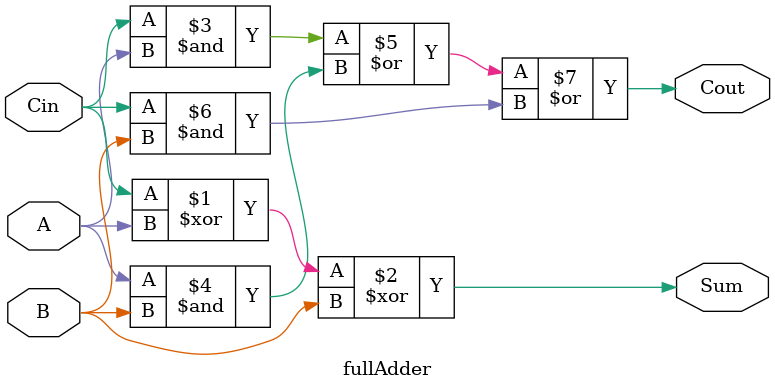
<source format=v>
module fullAdder (
  input Cin, A, B,
  output Cout, Sum
);
	assign Sum = Cin ^ A ^ B;
  	assign Cout = ( Cin & A ) | ( A & B ) | ( Cin & B );
	//assign {Cout,Sum} = Cin+A+B;

endmodule

</source>
